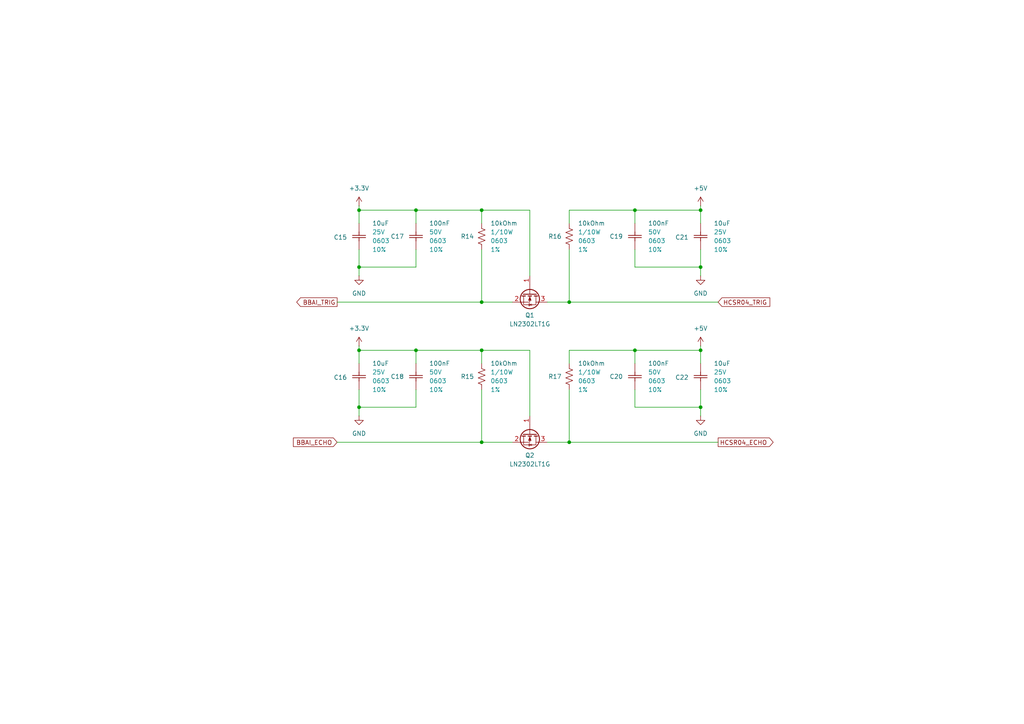
<source format=kicad_sch>
(kicad_sch (version 20250114) (generator "eeschema") (generator_version "9.0")
  (paper "A4")
  (title_block (title "LEVEL SHIFTING") (date "2025-06-30"))
  (lib_symbols
    (symbol "automative_hexapod:Ceramic_Cap_0603_100nF_50V" (pin_numbers (hide yes)) (pin_names (hide yes))
      (property "Reference" "C" (at -1.524 2.794 0))
      (property "Value" "100nF" (at -0.254 -3.81 0))
      (property "Value 2" "50V" (at -1.27 -5.842 0))
      (property "Value 3" "0603" (at -0.508 -7.874 0))
      (property "Value 4" "10%" (at -1.016 -9.652 0))
      (symbol "Ceramic_Cap_0603_100nF_50V_1_1"
        (polyline (pts (xy -1.27 0) (xy -0.3302 0)) (stroke (width 0.2032)))
        (polyline (pts (xy -0.3302 -1.905) (xy -0.3302 1.905)) (stroke (width 0.2032)))
        (polyline (pts (xy 0.3048 0) (xy 1.27 0)) (stroke (width 0.2032)))
        (polyline (pts (xy 0.3048 -1.905) (xy 0.3048 1.905)) (stroke (width 0.2032)))
        (pin unspecified line (at -3.81 0 0) (length 2.54) (name "") (number "1"))
        (pin unspecified line (at 3.81 0 180) (length 2.54) (name "") (number "2"))
      )
    )
    (symbol "automative_hexapod:Ceramic_Cap_0603_10uF_25V" (pin_numbers (hide yes)) (pin_names (hide yes))
      (property "Reference" "C" (at -1.524 2.794 0))
      (property "Value" "10uF" (at -0.254 -3.81 0))
      (property "Value 2" "25V" (at -0.762 -5.842 0))
      (property "Value 3" "0603" (at 0 -7.874 0))
      (property "Value 4" "10%" (at -0.508 -9.652 0))
      (symbol "Ceramic_Cap_0603_10uF_25V_1_1"
        (polyline (pts (xy -1.27 0) (xy -0.3302 0)) (stroke (width 0.2032)))
        (polyline (pts (xy -0.3302 -1.905) (xy -0.3302 1.905)) (stroke (width 0.2032)))
        (polyline (pts (xy 0.3048 0) (xy 1.27 0)) (stroke (width 0.2032)))
        (polyline (pts (xy 0.3048 -1.905) (xy 0.3048 1.905)) (stroke (width 0.2032)))
        (pin unspecified line (at -3.81 0 0) (length 2.54) (name "") (number "1"))
        (pin unspecified line (at 3.81 0 180) (length 2.54) (name "") (number "2"))
      )
    )
    (symbol "automative_hexapod:LN2302LT1G" (pin_names (hide yes))
      (property "Reference" "Q" (at 4.064 1.016 0))
      (property "Value" "LN2302LT1G" (at 9.398 -1.016 0))
      (symbol "LN2302LT1G_0_1"
        (polyline (pts (xy -2.286 1.905) (xy -2.286 -1.905)) (stroke (width 0.254)))
        (polyline (pts (xy -2.286 0) (xy -5.08 0)))
        (polyline (pts (xy -1.778 2.286) (xy -1.778 1.27)) (stroke (width 0.254)))
        (polyline (pts (xy -1.778 0.508) (xy -1.778 -0.508)) (stroke (width 0.254)))
        (polyline (pts (xy -1.778 -1.27) (xy -1.778 -2.286)) (stroke (width 0.254)))
        (polyline (pts (xy -1.778 -1.778) (xy 0.762 -1.778) (xy 0.762 1.778) (xy -1.778 1.778)))
        (polyline (pts (xy -1.524 0) (xy -0.508 0.381) (xy -0.508 -0.381) (xy -1.524 0)) (fill (type outline)))
        (circle (center -0.889 0) (radius 2.794) (stroke (width 0.254)))
        (polyline (pts (xy 0 2.54) (xy 0 1.778)))
        (polyline (pts (xy 0 -2.54) (xy 0 0) (xy -1.778 0)))
        (polyline (pts (xy 0.762 0.381) (xy 0.381 -0.254) (xy 1.143 -0.254) (xy 0.762 0.381)))
        (polyline (pts (xy 1.016 0.508) (xy 0.508 0.508)))
      )
      (symbol "LN2302LT1G_1_1"
        (pin input line (at -7.62 0 0) (length 2.54) (name "G") (number "1"))
        (pin passive line (at 0 5.08 270) (length 2.54) (name "D") (number "3"))
        (pin passive line (at 0 -5.08 90) (length 2.54) (name "S") (number "2"))
      )
    )
    (symbol "automative_hexapod:Res_10K_0603_1%" (pin_numbers (hide yes)) (pin_names (hide yes))
      (property "Reference" "R" (at 0 2.54 0))
      (property "Value" "10kOhm" (at 0.508 -3.556 0))
      (property "Value 2" "1/10W" (at -0.508 -5.334 0))
      (property "Value 3" "0603" (at -0.762 -7.112 0))
      (property "Value 4" "1%" (at -1.778 -8.89 0))
      (symbol "Res_10K_0603_1%_0_1"
        (polyline (pts (xy -2.286 0) (xy -2.54 0)))
        (polyline (pts (xy -2.286 0) (xy -1.905 1.016) (xy -1.524 0) (xy -1.143 -1.016) (xy -0.762 0)))
        (polyline (pts (xy 0.762 0) (xy 1.143 1.016) (xy 1.524 0) (xy 1.905 -1.016) (xy 2.286 0)))
        (polyline (pts (xy 2.286 0) (xy 2.54 0)))
      )
      (symbol "Res_10K_0603_1%_1_1"
        (polyline (pts (xy -0.762 0) (xy -0.381 1.016) (xy 0 0) (xy 0.381 -1.016) (xy 0.762 0)))
        (pin passive line (at -3.81 0 0) (length 1.27) (name "~") (number "1"))
        (pin passive line (at 3.81 0 180) (length 1.27) (name "~") (number "2"))
      )
    )
    (symbol "power:+3.3V" (power) (pin_numbers (hide yes)) (pin_names (offset 0) (hide yes))
      (property "Value" "+3.3V" (at 0 3.556 0))
      (symbol "+3.3V_0_1"
        (polyline (pts (xy -0.762 1.27) (xy 0 2.54)))
        (polyline (pts (xy 0 2.54) (xy 0.762 1.27)))
        (polyline (pts (xy 0 0) (xy 0 2.54)))
      )
      (symbol "+3.3V_1_1"
        (pin power_in line (at 0 0 90) (length 0) (name "~") (number "1"))
      )
    )
    (symbol "power:+5V" (power) (pin_numbers (hide yes)) (pin_names (offset 0) (hide yes))
      (property "Value" "+5V" (at 0 3.556 0))
      (symbol "+5V_0_1"
        (polyline (pts (xy -0.762 1.27) (xy 0 2.54)))
        (polyline (pts (xy 0 2.54) (xy 0.762 1.27)))
        (polyline (pts (xy 0 0) (xy 0 2.54)))
      )
      (symbol "+5V_1_1"
        (pin power_in line (at 0 0 90) (length 0) (name "~") (number "1"))
      )
    )
    (symbol "power:GND" (power) (pin_numbers (hide yes)) (pin_names (offset 0) (hide yes))
      (property "Value" "GND" (at 0 -3.81 0))
      (symbol "GND_0_1"
        (polyline (pts (xy 0 0) (xy 0 -1.27) (xy 1.27 -1.27) (xy 0 -2.54) (xy -1.27 -1.27) (xy 0 -1.27)))
      )
      (symbol "GND_1_1"
        (pin power_in line (at 0 0 270) (length 0) (name "~") (number "1"))
      )
    )
  )
  (junction (at 184.15 101.6))
  (junction (at 139.7 101.6))
  (junction (at 203.2 60.96))
  (junction (at 203.2 101.6))
  (junction (at 139.7 60.96))
  (junction (at 203.2 118.11))
  (junction (at 120.65 60.96))
  (junction (at 104.14 60.96))
  (junction (at 104.14 118.11))
  (junction (at 139.7 87.63))
  (junction (at 104.14 77.47))
  (junction (at 104.14 101.6))
  (junction (at 120.65 101.6))
  (junction (at 203.2 77.47))
  (junction (at 165.1 128.27))
  (junction (at 184.15 60.96))
  (junction (at 165.1 87.63))
  (junction (at 139.7 128.27))
  (wire (pts (xy 165.1 105.41) (xy 165.1 101.6)))
  (wire (pts (xy 153.67 60.96) (xy 139.7 60.96)))
  (wire (pts (xy 158.75 128.27) (xy 165.1 128.27)))
  (wire (pts (xy 165.1 60.96) (xy 184.15 60.96)))
  (wire (pts (xy 104.14 118.11) (xy 104.14 120.65)))
  (wire (pts (xy 203.2 72.39) (xy 203.2 77.47)))
  (wire (pts (xy 203.2 101.6) (xy 203.2 105.41)))
  (wire (pts (xy 104.14 118.11) (xy 120.65 118.11)))
  (wire (pts (xy 184.15 118.11) (xy 184.15 113.03)))
  (wire (pts (xy 203.2 59.69) (xy 203.2 60.96)))
  (wire (pts (xy 97.79 128.27) (xy 139.7 128.27)))
  (wire (pts (xy 184.15 101.6) (xy 203.2 101.6)))
  (wire (pts (xy 139.7 87.63) (xy 148.59 87.63)))
  (wire (pts (xy 120.65 101.6) (xy 120.65 105.41)))
  (wire (pts (xy 184.15 77.47) (xy 184.15 72.39)))
  (wire (pts (xy 203.2 113.03) (xy 203.2 118.11)))
  (wire (pts (xy 184.15 60.96) (xy 184.15 64.77)))
  (wire (pts (xy 120.65 72.39) (xy 120.65 77.47)))
  (wire (pts (xy 104.14 100.33) (xy 104.14 101.6)))
  (wire (pts (xy 139.7 105.41) (xy 139.7 101.6)))
  (wire (pts (xy 120.65 60.96) (xy 120.65 64.77)))
  (wire (pts (xy 104.14 59.69) (xy 104.14 60.96)))
  (wire (pts (xy 184.15 101.6) (xy 184.15 105.41)))
  (wire (pts (xy 203.2 118.11) (xy 203.2 120.65)))
  (wire (pts (xy 120.65 101.6) (xy 139.7 101.6)))
  (wire (pts (xy 203.2 100.33) (xy 203.2 101.6)))
  (wire (pts (xy 104.14 60.96) (xy 104.14 64.77)))
  (wire (pts (xy 165.1 64.77) (xy 165.1 60.96)))
  (wire (pts (xy 165.1 113.03) (xy 165.1 128.27)))
  (wire (pts (xy 139.7 72.39) (xy 139.7 87.63)))
  (wire (pts (xy 165.1 128.27) (xy 208.28 128.27)))
  (wire (pts (xy 184.15 60.96) (xy 203.2 60.96)))
  (wire (pts (xy 97.79 87.63) (xy 139.7 87.63)))
  (wire (pts (xy 184.15 118.11) (xy 203.2 118.11)))
  (wire (pts (xy 203.2 77.47) (xy 203.2 80.01)))
  (wire (pts (xy 153.67 60.96) (xy 153.67 80.01)))
  (wire (pts (xy 104.14 77.47) (xy 120.65 77.47)))
  (wire (pts (xy 104.14 77.47) (xy 104.14 80.01)))
  (wire (pts (xy 120.65 113.03) (xy 120.65 118.11)))
  (wire (pts (xy 104.14 101.6) (xy 104.14 105.41)))
  (wire (pts (xy 104.14 60.96) (xy 120.65 60.96)))
  (wire (pts (xy 153.67 101.6) (xy 153.67 120.65)))
  (wire (pts (xy 104.14 113.03) (xy 104.14 118.11)))
  (wire (pts (xy 165.1 101.6) (xy 184.15 101.6)))
  (wire (pts (xy 104.14 101.6) (xy 120.65 101.6)))
  (wire (pts (xy 139.7 128.27) (xy 148.59 128.27)))
  (wire (pts (xy 120.65 60.96) (xy 139.7 60.96)))
  (wire (pts (xy 165.1 72.39) (xy 165.1 87.63)))
  (wire (pts (xy 158.75 87.63) (xy 165.1 87.63)))
  (wire (pts (xy 153.67 101.6) (xy 139.7 101.6)))
  (wire (pts (xy 104.14 72.39) (xy 104.14 77.47)))
  (wire (pts (xy 139.7 64.77) (xy 139.7 60.96)))
  (wire (pts (xy 139.7 113.03) (xy 139.7 128.27)))
  (wire (pts (xy 165.1 87.63) (xy 208.28 87.63)))
  (wire (pts (xy 203.2 60.96) (xy 203.2 64.77)))
  (wire (pts (xy 184.15 77.47) (xy 203.2 77.47)))
  (global_label "BBAI_TRIG" (shape output) (at 97.79 87.63 180) (property "Intersheetrefs" "${INTERSHEET_REFS}" (effects (hide yes))))
  (global_label "HCSR04_TRIG" (shape input) (at 208.28 87.63 0) (property "Intersheetrefs" "${INTERSHEET_REFS}" (effects (hide yes))))
  (global_label "HCSR04_ECHO" (shape output) (at 208.28 128.27 0) (property "Intersheetrefs" "${INTERSHEET_REFS}" (effects (hide yes))))
  (global_label "BBAI_ECHO" (shape input) (at 97.79 128.27 180) (property "Intersheetrefs" "${INTERSHEET_REFS}" (effects (hide yes))))
  (symbol (lib_id "automative_hexapod:Res_10K_0603_1%") (at 139.7 68.58 90) (unit 1)
    (property "Reference" "R14" (at 133.604 68.58 90) (effects (justify right)))
    (property "Value" "10kOhm" (at 142.24 64.77 90) (effects (justify right)))
    (property "Footprint" "automative_hexapod:Res_0603" (effects (hide yes)))
    (property "Description" "Res_10K_0603_1%" (effects (hide yes)))
    (property "Value 2" "1/10W" (at 142.24 67.31 90) (effects (justify right)))
    (property "Value 3" "0603" (at 142.24 69.85 90) (effects (justify right)))
    (property "Value 4" "1%" (at 142.24 72.39 90) (effects (justify right)))
    (property "Supply Name" "Thegioiic" (effects (hide yes)))
    (property "Supply Part Number" "Điện Trở 10 KOhm 0603 1%" (effects (hide yes)))
    (property "Supply URL" "https://www.Thegioiic.com/dien-tro-10-kohm-0603-1-" (effects (hide yes)))
  )
  (symbol (lib_id "automative_hexapod:LN2302LT1G") (at 153.67 128.27 270) (unit 1)
    (property "Reference" "Q2" (at 153.67 132.08 90))
    (property "Value" "LN2302LT1G" (at 153.67 134.62 90))
    (property "Footprint" "automative_hexapod:SOT23" (effects (hide yes)))
    (property "Datasheet" "https://www.lrc.cn/Upload/PDF/Product/MOS/ln2302lt1g.pdf" (effects (hide yes)))
    (property "Description" "N-Channel MOSFETs" (effects (hide yes)))
    (property "Supply Name" "Thegioiic" (effects (hide yes)))
    (property "Supply Part Number" "LN2302LT1G MOSFET Kênh N 20V 2.3A SOT-23-3" (effects (hide yes)))
    (property "Supply URL" "https://www.Thegioiic.com/ln2302lt1g-mosfet-kenh-n-20v-2-3a-sot-23-3" (effects (hide yes)))
  )
  (symbol (lib_id "power:+3.3V") (at 104.14 100.33 0) (unit 1)
    (property "Reference" "#PWR042" (effects (hide yes)))
    (property "Value" "+3.3V" (at 104.14 95.25 0))
    (property "Description" "Power symbol creates a global label with name \"+3.3V\"" (effects (hide yes)))
  )
  (symbol (lib_id "automative_hexapod:Ceramic_Cap_0603_10uF_25V") (at 203.2 68.58 90) (unit 1)
    (property "Reference" "C21" (at 195.834 68.834 90) (effects (justify right)))
    (property "Value" "10uF" (at 207.01 64.77 90) (effects (justify right)))
    (property "Footprint" "automative_hexapod:Ceramic_Cap_0603" (effects (hide yes)))
    (property "Description" "10%, 0603 (1608 Metric)" (effects (hide yes)))
    (property "Value 2" "25V" (at 207.01 67.31 90) (effects (justify right)))
    (property "Value 3" "0603" (at 207.01 69.85 90) (effects (justify right)))
    (property "Value 4" "10%" (at 207.01 72.39 90) (effects (justify right)))
    (property "Supply Name" "Thegioiic" (effects (hide yes)))
    (property "Supply Part Number" " Tụ Gốm 0603 10uF 25V" (effects (hide yes)))
    (property "Supply URL" "https://www.Thegioiic.com/tu-gom-0603-10uf-25v" (effects (hide yes)))
  )
  (symbol (lib_id "automative_hexapod:LN2302LT1G") (at 153.67 87.63 270) (unit 1)
    (property "Reference" "Q1" (at 153.67 91.44 90))
    (property "Value" "LN2302LT1G" (at 153.67 93.98 90))
    (property "Footprint" "automative_hexapod:SOT23" (effects (hide yes)))
    (property "Datasheet" "https://www.lrc.cn/Upload/PDF/Product/MOS/ln2302lt1g.pdf" (effects (hide yes)))
    (property "Description" "N-Channel MOSFETs" (effects (hide yes)))
    (property "Supply Name" "Thegioiic" (effects (hide yes)))
    (property "Supply Part Number" "LN2302LT1G MOSFET Kênh N 20V 2.3A SOT-23-3" (effects (hide yes)))
    (property "Supply URL" "https://www.Thegioiic.com/ln2302lt1g-mosfet-kenh-n-20v-2-3a-sot-23-3" (effects (hide yes)))
  )
  (symbol (lib_id "automative_hexapod:Res_10K_0603_1%") (at 165.1 109.22 90) (unit 1)
    (property "Reference" "R17" (at 159.004 109.22 90) (effects (justify right)))
    (property "Value" "10kOhm" (at 167.64 105.41 90) (effects (justify right)))
    (property "Footprint" "automative_hexapod:Res_0603" (effects (hide yes)))
    (property "Description" "Res_10K_0603_1%" (effects (hide yes)))
    (property "Value 2" "1/10W" (at 167.64 107.95 90) (effects (justify right)))
    (property "Value 3" "0603" (at 167.64 110.49 90) (effects (justify right)))
    (property "Value 4" "1%" (at 167.64 113.03 90) (effects (justify right)))
    (property "Supply Name" "Thegioiic" (effects (hide yes)))
    (property "Supply Part Number" "Điện Trở 10 KOhm 0603 1%" (effects (hide yes)))
    (property "Supply URL" "https://www.Thegioiic.com/dien-tro-10-kohm-0603-1-" (effects (hide yes)))
  )
  (symbol (lib_id "automative_hexapod:Ceramic_Cap_0603_100nF_50V") (at 184.15 109.22 90) (unit 1)
    (property "Reference" "C20" (at 176.784 109.22 90) (effects (justify right)))
    (property "Value" "100nF" (at 187.96 105.41 90) (effects (justify right)))
    (property "Footprint" "automative_hexapod:Ceramic_Cap_0603" (effects (hide yes)))
    (property "Description" "10%, 0603 (1608 Metric)" (effects (hide yes)))
    (property "Value 2" "50V" (at 187.96 107.95 90) (effects (justify right)))
    (property "Value 3" "0603" (at 187.96 110.49 90) (effects (justify right)))
    (property "Value 4" "10%" (at 187.96 113.03 90) (effects (justify right)))
    (property "Supply Name" "Thegioiic" (effects (hide yes)))
    (property "Supply Part Number" "Tụ Gốm 0603 100nF (0.1uF) 50V" (effects (hide yes)))
    (property "Supply URL" "https://www.Thegioiic.com/tu-gom-0603-100nf-0-1uf-50v" (effects (hide yes)))
  )
  (symbol (lib_id "automative_hexapod:Ceramic_Cap_0603_10uF_25V") (at 203.2 109.22 90) (unit 1)
    (property "Reference" "C22" (at 195.834 109.474 90) (effects (justify right)))
    (property "Value" "10uF" (at 207.01 105.41 90) (effects (justify right)))
    (property "Footprint" "automative_hexapod:Ceramic_Cap_0603" (effects (hide yes)))
    (property "Description" "10%, 0603 (1608 Metric)" (effects (hide yes)))
    (property "Value 2" "25V" (at 207.01 107.95 90) (effects (justify right)))
    (property "Value 3" "0603" (at 207.01 110.49 90) (effects (justify right)))
    (property "Value 4" "10%" (at 207.01 113.03 90) (effects (justify right)))
    (property "Supply Name" "Thegioiic" (effects (hide yes)))
    (property "Supply Part Number" " Tụ Gốm 0603 10uF 25V" (effects (hide yes)))
    (property "Supply URL" "https://www.Thegioiic.com/tu-gom-0603-10uf-25v" (effects (hide yes)))
  )
  (symbol (lib_id "automative_hexapod:Ceramic_Cap_0603_10uF_25V") (at 104.14 109.22 90) (unit 1)
    (property "Reference" "C16" (at 96.774 109.474 90) (effects (justify right)))
    (property "Value" "10uF" (at 107.95 105.41 90) (effects (justify right)))
    (property "Footprint" "automative_hexapod:Ceramic_Cap_0603" (effects (hide yes)))
    (property "Description" "10%, 0603 (1608 Metric)" (effects (hide yes)))
    (property "Value 2" "25V" (at 107.95 107.95 90) (effects (justify right)))
    (property "Value 3" "0603" (at 107.95 110.49 90) (effects (justify right)))
    (property "Value 4" "10%" (at 107.95 113.03 90) (effects (justify right)))
    (property "Supply Name" "Thegioiic" (effects (hide yes)))
    (property "Supply Part Number" " Tụ Gốm 0603 10uF 25V" (effects (hide yes)))
    (property "Supply URL" "https://www.Thegioiic.com/tu-gom-0603-10uf-25v" (effects (hide yes)))
  )
  (symbol (lib_id "automative_hexapod:Ceramic_Cap_0603_100nF_50V") (at 184.15 68.58 90) (unit 1)
    (property "Reference" "C19" (at 176.784 68.58 90) (effects (justify right)))
    (property "Value" "100nF" (at 187.96 64.77 90) (effects (justify right)))
    (property "Footprint" "automative_hexapod:Ceramic_Cap_0603" (effects (hide yes)))
    (property "Description" "10%, 0603 (1608 Metric)" (effects (hide yes)))
    (property "Value 2" "50V" (at 187.96 67.31 90) (effects (justify right)))
    (property "Value 3" "0603" (at 187.96 69.85 90) (effects (justify right)))
    (property "Value 4" "10%" (at 187.96 72.39 90) (effects (justify right)))
    (property "Supply Name" "Thegioiic" (effects (hide yes)))
    (property "Supply Part Number" "Tụ Gốm 0603 100nF (0.1uF) 50V" (effects (hide yes)))
    (property "Supply URL" "https://www.Thegioiic.com/tu-gom-0603-100nf-0-1uf-50v" (effects (hide yes)))
  )
  (symbol (lib_id "automative_hexapod:Ceramic_Cap_0603_100nF_50V") (at 120.65 68.58 90) (unit 1)
    (property "Reference" "C17" (at 113.284 68.58 90) (effects (justify right)))
    (property "Value" "100nF" (at 124.46 64.77 90) (effects (justify right)))
    (property "Footprint" "automative_hexapod:Ceramic_Cap_0603" (effects (hide yes)))
    (property "Description" "10%, 0603 (1608 Metric)" (effects (hide yes)))
    (property "Value 2" "50V" (at 124.46 67.31 90) (effects (justify right)))
    (property "Value 3" "0603" (at 124.46 69.85 90) (effects (justify right)))
    (property "Value 4" "10%" (at 124.46 72.39 90) (effects (justify right)))
    (property "Supply Name" "Thegioiic" (effects (hide yes)))
    (property "Supply Part Number" "Tụ Gốm 0603 100nF (0.1uF) 50V" (effects (hide yes)))
    (property "Supply URL" "https://www.Thegioiic.com/tu-gom-0603-100nf-0-1uf-50v" (effects (hide yes)))
  )
  (symbol (lib_id "power:GND") (at 203.2 80.01 0) (unit 1)
    (property "Reference" "#PWR045" (effects (hide yes)))
    (property "Value" "GND" (at 203.2 85.09 0))
    (property "Description" "Power symbol creates a global label with name \"GND\" , ground" (effects (hide yes)))
  )
  (symbol (lib_id "automative_hexapod:Res_10K_0603_1%") (at 139.7 109.22 90) (unit 1)
    (property "Reference" "R15" (at 133.604 109.22 90) (effects (justify right)))
    (property "Value" "10kOhm" (at 142.24 105.41 90) (effects (justify right)))
    (property "Footprint" "automative_hexapod:Res_0603" (effects (hide yes)))
    (property "Description" "Res_10K_0603_1%" (effects (hide yes)))
    (property "Value 2" "1/10W" (at 142.24 107.95 90) (effects (justify right)))
    (property "Value 3" "0603" (at 142.24 110.49 90) (effects (justify right)))
    (property "Value 4" "1%" (at 142.24 113.03 90) (effects (justify right)))
    (property "Supply Name" "Thegioiic" (effects (hide yes)))
    (property "Supply Part Number" "Điện Trở 10 KOhm 0603 1%" (effects (hide yes)))
    (property "Supply URL" "https://www.Thegioiic.com/dien-tro-10-kohm-0603-1-" (effects (hide yes)))
  )
  (symbol (lib_id "automative_hexapod:Ceramic_Cap_0603_100nF_50V") (at 120.65 109.22 90) (unit 1)
    (property "Reference" "C18" (at 113.284 109.22 90) (effects (justify right)))
    (property "Value" "100nF" (at 124.46 105.41 90) (effects (justify right)))
    (property "Footprint" "automative_hexapod:Ceramic_Cap_0603" (effects (hide yes)))
    (property "Description" "10%, 0603 (1608 Metric)" (effects (hide yes)))
    (property "Value 2" "50V" (at 124.46 107.95 90) (effects (justify right)))
    (property "Value 3" "0603" (at 124.46 110.49 90) (effects (justify right)))
    (property "Value 4" "10%" (at 124.46 113.03 90) (effects (justify right)))
    (property "Supply Name" "Thegioiic" (effects (hide yes)))
    (property "Supply Part Number" "Tụ Gốm 0603 100nF (0.1uF) 50V" (effects (hide yes)))
    (property "Supply URL" "https://www.Thegioiic.com/tu-gom-0603-100nf-0-1uf-50v" (effects (hide yes)))
  )
  (symbol (lib_id "power:+5V") (at 203.2 100.33 0) (unit 1)
    (property "Reference" "#PWR046" (effects (hide yes)))
    (property "Value" "+5V" (at 203.2 95.25 0))
    (property "Description" "Power symbol creates a global label with name \"+5V\"" (effects (hide yes)))
  )
  (symbol (lib_id "power:+3.3V") (at 104.14 59.69 0) (unit 1)
    (property "Reference" "#PWR040" (effects (hide yes)))
    (property "Value" "+3.3V" (at 104.14 54.61 0))
    (property "Description" "Power symbol creates a global label with name \"+3.3V\"" (effects (hide yes)))
  )
  (symbol (lib_id "power:+5V") (at 203.2 59.69 0) (unit 1)
    (property "Reference" "#PWR044" (effects (hide yes)))
    (property "Value" "+5V" (at 203.2 54.61 0))
    (property "Description" "Power symbol creates a global label with name \"+5V\"" (effects (hide yes)))
  )
  (symbol (lib_id "automative_hexapod:Res_10K_0603_1%") (at 165.1 68.58 90) (unit 1)
    (property "Reference" "R16" (at 159.004 68.58 90) (effects (justify right)))
    (property "Value" "10kOhm" (at 167.64 64.77 90) (effects (justify right)))
    (property "Footprint" "automative_hexapod:Res_0603" (effects (hide yes)))
    (property "Description" "Res_10K_0603_1%" (effects (hide yes)))
    (property "Value 2" "1/10W" (at 167.64 67.31 90) (effects (justify right)))
    (property "Value 3" "0603" (at 167.64 69.85 90) (effects (justify right)))
    (property "Value 4" "1%" (at 167.64 72.39 90) (effects (justify right)))
    (property "Supply Name" "Thegioiic" (effects (hide yes)))
    (property "Supply Part Number" "Điện Trở 10 KOhm 0603 1%" (effects (hide yes)))
    (property "Supply URL" "https://www.Thegioiic.com/dien-tro-10-kohm-0603-1-" (effects (hide yes)))
  )
  (symbol (lib_id "power:GND") (at 104.14 80.01 0) (unit 1)
    (property "Reference" "#PWR041" (effects (hide yes)))
    (property "Value" "GND" (at 104.14 85.09 0))
    (property "Description" "Power symbol creates a global label with name \"GND\" , ground" (effects (hide yes)))
  )
  (symbol (lib_id "power:GND") (at 104.14 120.65 0) (unit 1)
    (property "Reference" "#PWR043" (effects (hide yes)))
    (property "Value" "GND" (at 104.14 125.73 0))
    (property "Description" "Power symbol creates a global label with name \"GND\" , ground" (effects (hide yes)))
  )
  (symbol (lib_id "power:GND") (at 203.2 120.65 0) (unit 1)
    (property "Reference" "#PWR047" (effects (hide yes)))
    (property "Value" "GND" (at 203.2 125.73 0))
    (property "Description" "Power symbol creates a global label with name \"GND\" , ground" (effects (hide yes)))
  )
  (symbol (lib_id "automative_hexapod:Ceramic_Cap_0603_10uF_25V") (at 104.14 68.58 90) (unit 1)
    (property "Reference" "C15" (at 96.774 68.834 90) (effects (justify right)))
    (property "Value" "10uF" (at 107.95 64.77 90) (effects (justify right)))
    (property "Footprint" "automative_hexapod:Ceramic_Cap_0603" (effects (hide yes)))
    (property "Description" "10%, 0603 (1608 Metric)" (effects (hide yes)))
    (property "Value 2" "25V" (at 107.95 67.31 90) (effects (justify right)))
    (property "Value 3" "0603" (at 107.95 69.85 90) (effects (justify right)))
    (property "Value 4" "10%" (at 107.95 72.39 90) (effects (justify right)))
    (property "Supply Name" "Thegioiic" (effects (hide yes)))
    (property "Supply Part Number" " Tụ Gốm 0603 10uF 25V" (effects (hide yes)))
    (property "Supply URL" "https://www.Thegioiic.com/tu-gom-0603-10uf-25v" (effects (hide yes)))
  )
)
</source>
